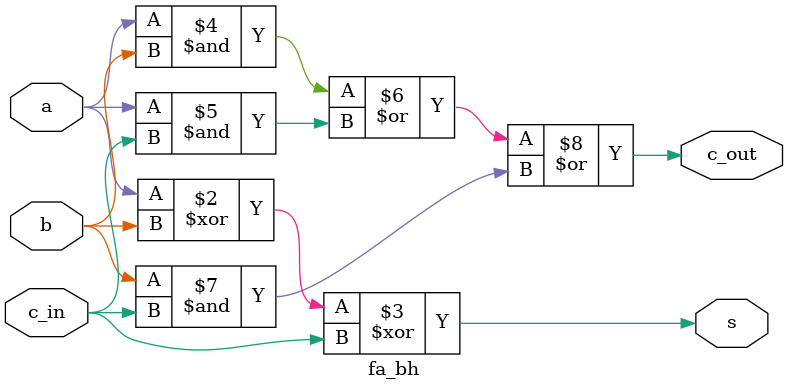
<source format=v>
module fa_bh(s, c_out, a, b, c_in);
    input a, b, c_in;
    output s, c_out;

    reg s, c_out;
    always @(a, b, c_in) begin
        s = a ^ b ^ c_in;
        c_out = (a&b) | (a&c_in) | (b&c_in);
    end


endmodule
</source>
